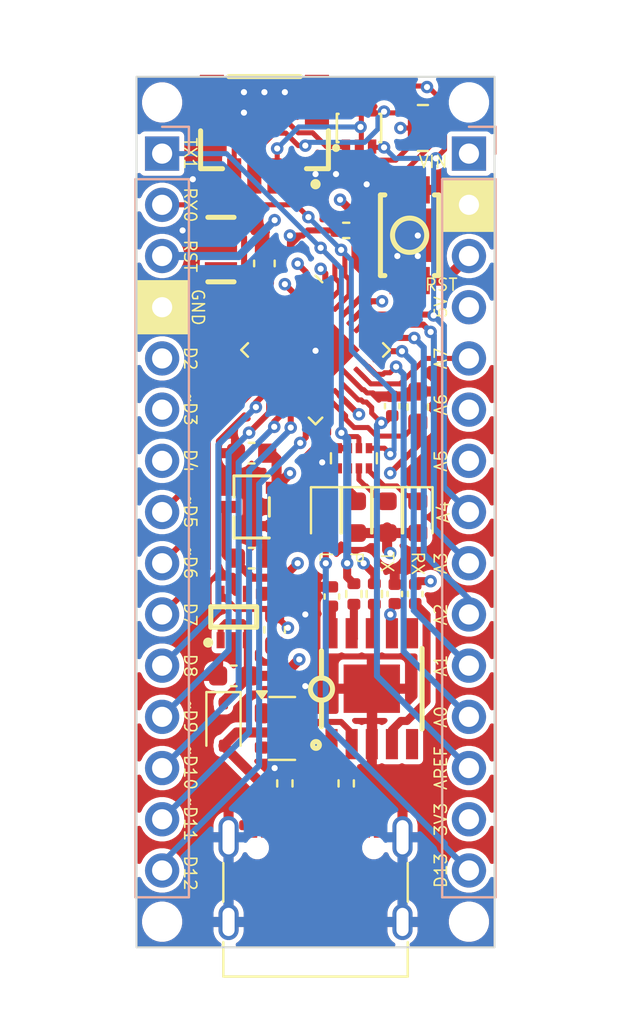
<source format=kicad_pcb>
(kicad_pcb (version 20240108) (generator "pcbnew") (generator_version "8.0")
  (layers (0 "F.Cu" signal) (1 "In1.Cu" signal) (2 "In2.Cu" signal) (31 "B.Cu" signal) (34 "B.Paste" user) (35 "F.Paste" user) (36 "B.SilkS" user "B.Silkscreen") (37 "F.SilkS" user "F.Silkscreen") (38 "B.Mask" user) (39 "F.Mask" user) (44 "Edge.Cuts" user))
  (net 0 "")
  (net 1 "+5V")
  (net 2 "GND")
  (net 3 "Net-(U2-V3)")
  (net 4 "RST")
  (net 5 "Net-(U2-~{DTR})")
  (net 6 "VDC")
  (net 7 "+3.3V")
  (net 8 "/SCL")
  (net 9 "/SDA")
  (net 12 "VBUS")
  (net 13 "TX1")
  (net 14 "RX0")
  (net 15 "D2")
  (net 16 "D3")
  (net 17 "D4")
  (net 18 "D5")
  (net 19 "D6")
  (net 20 "D7")
  (net 21 "D8")
  (net 22 "D9")
  (net 23 "D10")
  (net 24 "D11{slash}MOSI")
  (net 25 "D12{slash}MISO")
  (net 26 "A7")
  (net 27 "A6")
  (net 28 "A5{slash}SCL")
  (net 29 "A4{slash}SDA")
  (net 30 "A3")
  (net 31 "A2")
  (net 32 "A1")
  (net 33 "A0")
  (net 34 "AREF")
  (net 35 "D13{slash}SCK")
  (net 36 "Net-(LED1-K)")
  (net 37 "Net-(LED2-K)")
  (net 38 "Net-(LED3-K)")
  (net 39 "Net-(LED4-K)")
  (net 40 "Net-(U2-RXD)")
  (net 41 "Net-(U2-TXD)")
  (net 42 "Net-(U1-XTAL1{slash}PB6)")
  (net 43 "Net-(U1-XTAL2{slash}PB7)")
  (net 44 "DP")
  (net 45 "DN")
  (net 49 "Net-(J3-CC1)")
  (net 51 "Net-(J3-CC2)")
  (footprint "Resistor_SMD:R_0402_1005Metric" (layer "F.Cu") (at 184.404 109.982 90)
    (property "Reference" "R5" (hide yes))
    (property "Value" "5.1k")
  )
  (footprint "MountingHole:MountingHole_2.1mm" (layer "F.Cu") (at 175.26 116.84)
    (property "Reference" "hole3" (hide yes))
    (property "Value" "MountingHole_2.1mm")
  )
  (footprint "MountingHole:MountingHole_2.1mm" (layer "F.Cu") (at 190.5 76.2)
    (property "Reference" "hole1" (hide yes))
    (property "Value" "MountingHole_2.1mm")
  )
  (footprint "LED_SMD:LED_0603_1608Metric" (layer "F.Cu") (at 187.96 96.774 -90)
    (property "Reference" "LED1" (hide yes))
    (property "Value" "NCD0603G1")
  )
  (footprint "Resistor_SMD:R_0402_1005Metric" (layer "F.Cu") (at 184.785 100.584 90)
    (property "Reference" "R1" (hide yes))
    (property "Value" "470")
  )
  (footprint "MountingHole:MountingHole_2.1mm" (layer "F.Cu") (at 175.26 76.2)
    (property "Reference" "hole2" (hide yes))
    (property "Value" "MountingHole_2.1mm")
  )
  (footprint "MountingHole:MountingHole_2.1mm" (layer "F.Cu") (at 190.5 116.84)
    (property "Reference" "hole4" (hide yes))
    (property "Value" "MountingHole_2.1mm")
  )
  (footprint "nano:ESOP-10_L4.9-W3.9-P1.00-LS6.2-BL-EP" (layer "F.Cu") (at 185.674 105.283)
    (property "Reference" "U2" (hide yes))
    (property "Value" "CH340K")
  )
  (footprint "Connector_USB:USB_C_Receptacle_G-Switch_GT-USB-7010ASV" (layer "F.Cu") (at 182.88 115.778)
    (property "Reference" "J3" (hide yes))
    (property "Value" "USB_C_Receptacle_USB2.0_16P")
  )
  (footprint "Package_DFN_QFN:QFN-32-1EP_5x5mm_P0.5mm_EP3.1x3.1mm" (layer "F.Cu") (at 182.88 88.47899 -45)
    (property "Reference" "U1" (hide yes))
    (property "Value" "ATmega328P-MU")
  )
  (footprint "Resistor_SMD:R_0402_1005Metric" (layer "F.Cu") (at 184.404 82.55)
    (property "Reference" "R3" (hide yes))
    (property "Value" "10k")
  )
  (footprint "nano:SW-SMD_L3.9-W2.9-P4.15-LS5.0" (layer "F.Cu") (at 187.5536 82.7892 -90)
    (property "Reference" "SW1" (hide yes))
    (property "Value" "GT-TC029B-H020-L1N")
  )
  (footprint "LED_SMD:LED_0603_1608Metric" (layer "F.Cu") (at 186.436 96.774 -90)
    (property "Reference" "LED2" (hide yes))
    (property "Value" "NCD0603G1")
  )
  (footprint "Capacitor_SMD:C_0603_1608Metric" (layer "F.Cu") (at 179.705 93.599 180)
    (property "Reference" "C7" (hide yes))
    (property "Value" "10u")
  )
  (footprint "Capacitor_SMD:C_0603_1608Metric" (layer "F.Cu") (at 180.34 84.188 90)
    (property "Reference" "C1" (hide yes))
    (property "Value" "10u")
  )
  (footprint "nano:SOT-353_L2.1-W1.3-P0.65-LS2.3-BL" (layer "F.Cu") (at 178.816 101.727)
    (property "Reference" "U4" (hide yes))
    (property "Value" "ME6211C33R5G")
  )
  (footprint "LED_SMD:LED_0603_1608Metric" (layer "F.Cu") (at 183.388 96.774 -90)
    (property "Reference" "LED4" (hide yes))
    (property "Value" "NCD0603B1")
  )
  (footprint "nano:CONN-SMD_AFC10-S04QCA-00" (layer "F.Cu") (at 180.34 77.978 180)
    (property "Reference" "CN1" (hide yes))
    (property "Value" "AFC10-S04QCA-00")
  )
  (footprint "Capacitor_SMD:C_0603_1608Metric" (layer "F.Cu") (at 187.96 91.313 90)
    (property "Reference" "C2" (hide yes))
    (property "Value" "10u")
  )
  (footprint "nano:SOT-363_L2.0-W1.3-P0.65-LS2.1-TL" (layer "F.Cu") (at 185.039 77.47 90)
    (property "Reference" "Q1" (hide yes))
    (property "Value" "2N7002DW-7-F")
  )
  (footprint "Capacitor_SMD:C_0402_1005Metric" (layer "F.Cu") (at 186.817 100.584 -90)
    (property "Reference" "C4" (hide yes))
    (property "Value" "100n")
  )
  (footprint "Capacitor_SMD:C_0603_1608Metric" (layer "F.Cu") (at 178.816 104.648)
    (property "Reference" "C8" (hide yes))
    (property "Value" "10u")
  )
  (footprint "Capacitor_SMD:C_0603_1608Metric" (layer "F.Cu") (at 180.848 102.362 90)
    (property "Reference" "C9" (hide yes))
    (property "Value" "1u")
  )
  (footprint "Resistor_SMD:R_0402_1005Metric" (layer "F.Cu") (at 181.356 109.982 90)
    (property "Reference" "R4" (hide yes))
    (property "Value" "5.1k")
  )
  (footprint "LED_SMD:LED_0603_1608Metric" (layer "F.Cu") (at 184.912 96.774 -90)
    (property "Reference" "LED3" (hide yes))
    (property "Value" "NCD0603R1")
  )
  (footprint "nano:SOT-23-3_L2.9-W1.6-P1.90-LS2.8-BR" (layer "F.Cu") (at 179.705 96.266)
    (property "Reference" "U3" (hide yes))
    (property "Value" "ME6214A50M3G")
  )
  (footprint "nano:OSC-SMD_3P-L3.2-W1.3-P0.95-L" (layer "F.Cu") (at 178.181 83.5 -90)
    (property "Reference" "X1" (hide yes))
    (property "Value" "CSTCE16M0V53-R0")
  )
  (footprint "Package_TO_SOT_SMD:SOT-143" (layer "F.Cu") (at 181.213 107.254)
    (property "Reference" "TV1" (hide yes))
    (property "Value" "PRTR5V0U2X")
  )
  (footprint "Capacitor_SMD:C_0402_1005Metric" (layer "F.Cu") (at 186.69 91.2622 90)
    (property "Reference" "C11" (hide yes))
    (property "Value" "100n")
  )
  (footprint "Resistor_SMD:R_0402_1005Metric" (layer "F.Cu") (at 185.801 100.584 90)
    (property "Reference" "R2" (hide yes))
    (property "Value" "470")
  )
  (footprint "Resistor_SMD:R_Array_Concave_4x0402" (layer "F.Cu") (at 184.785 93.853 -90)
    (property "Reference" "RN1" (hide yes))
    (property "Value" "2.2k")
  )
  (footprint "Capacitor_SMD:C_0603_1608Metric" (layer "F.Cu") (at 179.705 98.806)
    (property "Reference" "C6" (hide yes))
    (property "Value" "10u")
  )
  (footprint "Capacitor_SMD:C_0402_1005Metric" (layer "F.Cu") (at 187.833 100.584 -90)
    (property "Reference" "C5" (hide yes))
    (property "Value" "100n")
  )
  (footprint "Resistor_SMD:R_Array_Concave_4x0402" (layer "F.Cu") (at 188.214 77.47 180)
    (property "Reference" "RN2" (hide yes))
    (property "Value" "2.2k")
  )
  (footprint "Diode_SMD:D_SOD-323" (layer "F.Cu") (at 178.308 107.061 -90)
    (property "Reference" "D1" (hide yes))
    (property "Value" "1N5819WS")
  )
  (footprint "Capacitor_SMD:C_0402_1005Metric" (layer "F.Cu") (at 183.6928 100.711 90)
    (property "Reference" "C3" (hide yes))
    (property "Value" "100n")
  )
  (footprint "Connector_PinHeader_2.54mm:PinHeader_1x15_P2.54mm_Vertical" (layer "B.Cu") (at 175.26 78.74 180)
    (property "Reference" "J1" (hide yes))
    (property "Value" "Conn_01x15_Pin")
  )
  (footprint "Connector_PinHeader_2.54mm:PinHeader_1x15_P2.54mm_Vertical" (layer "B.Cu") (at 190.5 78.74 180)
    (property "Reference" "J2" (hide yes))
    (property "Value" "Conn_01x15_Pin")
  )
  (gr_rect (start 189.23 80.01) (end 191.77 82.55) (stroke (width 0.15)) (fill solid) (layer "F.SilkS"))
  (gr_rect (start 173.99 85.09) (end 176.53 87.63) (stroke (width 0.15)) (fill solid) (layer "F.SilkS"))
  (gr_line (start 173.99 118.11) (end 173.99 74.93) (stroke (width 0.1)) (layer "Edge.Cuts"))
  (gr_line (start 173.99 74.93) (end 191.77 74.93) (stroke (width 0.1)) (layer "Edge.Cuts"))
  (gr_line (start 191.77 118.11) (end 173.99 118.11) (stroke (width 0.1)) (layer "Edge.Cuts"))
  (gr_line (start 191.77 74.93) (end 191.77 118.11) (stroke (width 0.1)) (layer "Edge.Cuts"))
  (gr_text "D8" (at 176.657 104.14 270) (layer "F.SilkS") (effects (font (size 0.6 0.6) (thickness 0.08))))
  (gr_text "A5" (at 189.103 93.98 90) (layer "F.SilkS") (effects (font (size 0.6 0.6) (thickness 0.08))))
  (gr_text "TX" (at 186.436 98.425 270) (layer "F.SilkS") (effects (font (size 0.6 0.6) (thickness 0.08)) (justify left)))
  (gr_text "A3" (at 189.103 99.06 90) (layer "F.SilkS") (effects (font (size 0.6 0.6) (thickness 0.08))))
  (gr_text "A2" (at 189.103 101.6 90) (layer "F.SilkS") (effects (font (size 0.6 0.6) (thickness 0.08))))
  (gr_text "D13" (at 189.103 114.3 90) (layer "F.SilkS") (effects (font (size 0.6 0.6) (thickness 0.08))))
  (gr_text "5V" (at 189.103 86.36 90) (layer "F.SilkS") (effects (font (size 0.6 0.6) (thickness 0.08))))
  (gr_text "A7" (at 189.103 88.9 90) (layer "F.SilkS") (effects (font (size 0.6 0.6) (thickness 0.08))))
  (gr_text "RX" (at 187.96 98.425 270) (layer "F.SilkS") (effects (font (size 0.6 0.6) (thickness 0.08)) (justify left)))
  (gr_text "~D3" (at 176.657 91.44 270) (layer "F.SilkS") (effects (font (size 0.6 0.6) (thickness 0.08))))
  (gr_text "~D5" (at 176.657 96.52 270) (layer "F.SilkS") (effects (font (size 0.6 0.6) (thickness 0.08))))
  (gr_text "D4" (at 176.657 93.98 270) (layer "F.SilkS") (effects (font (size 0.6 0.6) (thickness 0.08))))
  (gr_text "~D11" (at 176.657 111.76 270) (layer "F.SilkS") (effects (font (size 0.6 0.6) (thickness 0.08))))
  (gr_text "A0" (at 189.103 106.68 90) (layer "F.SilkS") (effects (font (size 0.6 0.6) (thickness 0.08))))
  (gr_text "A4" (at 189.23 96.52 90) (layer "F.SilkS") (effects (font (size 0.6 0.6) (thickness 0.08))))
  (gr_text "A6" (at 189.103 91.186 90) (layer "F.SilkS") (effects (font (size 0.6 0.6) (thickness 0.08))))
  (gr_text "TX1" (at 176.657 78.74 270) (layer "F.SilkS") (effects (font (size 0.6 0.6) (thickness 0.08))))
  (gr_text "D7" (at 176.657 101.6 270) (layer "F.SilkS") (effects (font (size 0.6 0.6) (thickness 0.08))))
  (gr_text "AREF" (at 189.103 109.22 90) (layer "F.SilkS") (effects (font (size 0.6 0.6) (thickness 0.08))))
  (gr_text "RST" (at 189.992 85.598 0) (layer "F.SilkS") (effects (font (size 0.6 0.6) (thickness 0.08)) (justify right bottom)))
  (gr_text "A1" (at 189.103 104.14 90) (layer "F.SilkS") (effects (font (size 0.6 0.6) (thickness 0.08))))
  (gr_text "L" (at 183.388 98.425 270) (layer "F.SilkS") (effects (font (size 0.6 0.6) (thickness 0.08)) (justify left)))
  (gr_text "~D6" (at 176.657 99.06 270) (layer "F.SilkS") (effects (font (size 0.6 0.6) (thickness 0.08))))
  (gr_text "D2" (at 176.657 88.9 270) (layer "F.SilkS") (effects (font (size 0.6 0.6) (thickness 0.08))))
  (gr_text "~D10" (at 176.657 109.22 270) (layer "F.SilkS") (effects (font (size 0.6 0.6) (thickness 0.08))))
  (gr_text "D12" (at 176.657 114.427 270) (layer "F.SilkS") (effects (font (size 0.6 0.6) (thickness 0.08))))
  (gr_text "3V3" (at 189.103 111.76 90) (layer "F.SilkS") (effects (font (size 0.6 0.6) (thickness 0.08))))
  (gr_text "RST" (at 176.657 83.82 270) (layer "F.SilkS") (effects (font (size 0.6 0.6) (thickness 0.08))))
  (gr_text "VIN" (at 189.484 79.502 0) (layer "F.SilkS") (effects (font (size 0.6 0.6) (thickness 0.08)) (justify right bottom)))
  (gr_text "~D9" (at 176.657 106.68 270) (layer "F.SilkS") (effects (font (size 0.6 0.6) (thickness 0.08))))
  (gr_text "RX0" (at 176.657 81.28 270) (layer "F.SilkS") (effects (font (size 0.6 0.6) (thickness 0.08))))
  (gr_text "GND" (at 177.038 86.36 270) (layer "F.SilkS") (effects (font (size 0.6 0.6) (thickness 0.08))))
  (gr_text "P" (at 184.912 98.425 270) (layer "F.SilkS") (effects (font (size 0.6 0.6) (thickness 0.08)) (justify left)))
  (segment (start 180.34 85.585437) (end 180.34 84.963) (width 0.3) (layer "F.Cu") (net 1))
  (segment (start 180.945 95.2546) (end 181.61 94.5896) (width 0.5) (layer "F.Cu") (net 1))
  (segment (start 186.436 98.397791) (end 186.436 97.282) (width 0.5) (layer "F.Cu") (net 1))
  (segment (start 178.166 102.227) (end 178.412 101.981) (width 0.3) (layer "F.Cu") (net 1))
  (segment (start 179.27 101.981) (end 179.466 102.177) (width 0.3) (layer "F.Cu") (net 1))
  (segment (start 181.61 83.312) (end 182.118 82.804) (width 0.3) (layer "F.Cu") (net 1))
  (segment (start 184.374481 91.906385) (end 184.796096 92.328) (width 0.25) (layer "F.Cu") (net 1))
  (segment (start 178.412 101.981) (end 179.27 101.981) (width 0.3) (layer "F.Cu") (net 1))
  (segment (start 182.245 82.804) (end 182.499 82.55) (width 0.3) (layer "F.Cu") (net 1))
  (segment (start 187.714 77.47) (end 187.0964 77.47) (width 0.25) (layer "F.Cu") (net 1))
  (segment (start 187.96 93.219709) (end 187.96 92.088) (width 0.3) (layer "F.Cu") (net 1))
  (segment (start 180.945 95.316) (end 180.945 95.2546) (width 0.5) (layer "F.Cu") (net 1))
  (segment (start 182.118 82.804) (end 182.245 82.804) (width 0.3) (layer "F.Cu") (net 1))
  (segment (start 187.714 77.47) (end 187.714 77.72) (width 0.25) (layer "F.Cu") (net 1))
  (segment (start 187.714 77.22) (end 187.714 77.47) (width 0.25) (layer "F.Cu") (net 1))
  (segment (start 185.48341 92.328) (end 185.511936 92.356526) (width 0.25) (layer "F.Cu") (net 1))
  (segment (start 181.61 83.312) (end 181.61 82.804) (width 0.3) (layer "F.Cu") (net 1))
  (segment (start 180.945 95.316) (end 180.945 93.889) (width 0.5) (layer "F.Cu") (net 1))
  (segment (start 185.511936 92.356526) (end 185.90841 92.753) (width 0.25) (layer "F.Cu") (net 1))
  (segment (start 181.333204 86.578641) (end 180.34 85.585437) (width 0.3) (layer "F.Cu") (net 1))
  (segment (start 184.912 97.5615) (end 187.96 97.5615) (width 0.5) (layer "F.Cu") (net 1))
  (segment (start 182.499 82.55) (end 183.894 82.55) (width 0.3) (layer "F.Cu") (net 1))
  (segment (start 180.945 93.889) (end 180.655 93.599) (width 0.5) (layer "F.Cu") (net 1))
  (segment (start 187.295 92.753) (end 187.96 92.088) (width 0.25) (layer "F.Cu") (net 1))
  (segment (start 179.466 104.523) (end 179.591 104.648) (width 0.3) (layer "F.Cu") (net 1))
  (segment (start 180.34 84.963) (end 180.34 84.709) (width 0.3) (layer "F.Cu") (net 1))
  (segment (start 186.590209 94.5895) (end 187.96 93.219709) (width 0.3) (layer "F.Cu") (net 1))
  (segment (start 180.34 84.709) (end 181.61 83.439) (width 0.3) (layer "F.Cu") (net 1))
  (segment (start 183.719689 91.086446) (end 184.374481 91.741238) (width 0.25) (layer "F.Cu") (net 1))
  (segment (start 181.2544 104.648) (end 182.073154 103.829246) (width 0.5) (layer "F.Cu") (net 1))
  (segment (start 185.90841 92.753) (end 187.295 92.753) (width 0.25) (layer "F.Cu") (net 1))
  (segment (start 179.466 102.177) (end 179.466 102.877) (width 0.3) (layer "F.Cu") (net 1))
  (segment (start 186.674 102.914) (end 186.674 101.334) (width 0.25) (layer "F.Cu") (net 1))
  (segment (start 180.257792 86.917442) (end 180.257792 85.045208) (width 0.3) (layer "F.Cu") (net 1))
  (segment (start 178.308 105.931) (end 179.591 104.648) (width 0.5) (layer "F.Cu") (net 1))
  (segment (start 180.626097 87.285747) (end 180.257792 86.917442) (width 0.3) (layer "F.Cu") (net 1))
  (segment (start 179.466 102.877) (end 179.466 104.523) (width 0.3) (layer "F.Cu") (net 1))
  (segment (start 181.61 82.804) (end 182.118 82.804) (width 0.3) (layer "F.Cu") (net 1))
  (segment (start 184.796096 92.328) (end 185.48341 92.328) (width 0.25) (layer "F.Cu") (net 1))
  (segment (start 186.674 101.334) (end 186.817 101.191) (width 0.25) (layer "F.Cu") (net 1))
  (segment (start 181.61 83.439) (end 181.61 83.312) (width 0.3) (layer "F.Cu") (net 1))
  (segment (start 186.590209 98.552) (end 186.436 98.397791) (width 0.5) (layer "F.Cu") (net 1))
  (segment (start 179.591 104.648) (end 181.2544 104.648) (width 0.5) (layer "F.Cu") (net 1))
  (segment (start 180.257792 85.045208) (end 180.34 84.963) (width 0.3) (layer "F.Cu") (net 1))
  (segment (start 184.374481 91.741238) (end 184.374481 91.906385) (width 0.25) (layer "F.Cu") (net 1))
  (segment (start 178.166 102.877) (end 178.166 102.227) (width 0.3) (layer "F.Cu") (net 1))
  (segment (start 178.308 106.011) (end 178.308 105.931) (width 0.5) (layer "F.Cu") (net 1))
  (via (at 182.073154 103.829246) (size 0.62) (drill 0.305) (layers "F.Cu" "B.Cu") (net 1))
  (via (at 186.596436 101.6) (size 0.62) (drill 0.305) (layers "F.Cu" "B.Cu") (net 1))
  (via (at 187.0964 77.47) (size 0.62) (drill 0.305) (layers "F.Cu" "B.Cu") (net 1))
  (via (at 181.61 94.5896) (size 0.62) (drill 0.305) (layers "F.Cu" "B.Cu") (net 1))
  (via (at 186.590209 94.5895) (size 0.62) (drill 0.305) (layers "F.Cu" "B.Cu") (net 1))
  (via (at 181.61 82.804) (size 0.62) (drill 0.305) (layers "F.Cu" "B.Cu") (net 1))
  (via (at 186.590209 98.552) (size 0.62) (drill 0.305) (layers "F.Cu" "B.Cu") (net 1))
  (segment (start 185.274674 90.4494) (end 185.203963 90.4494) (width 0.25) (layer "F.Cu") (net 2))
  (segment (start 186.309 90.706) (end 185.829 90.706) (width 0.25) (layer "F.Cu") (net 2))
  (segment (start 185.203963 90.4494) (end 184.780349 90.025786) (width 0.25) (layer "F.Cu") (net 2))
  (segment (start 180.979651 86.932194) (end 182.526447 88.47899) (width 0.25) (layer "F.Cu") (net 2))
  (segment (start 182.88 88.519) (end 182.88 88.47899) (width 0.25) (layer "F.Cu") (net 2))
  (segment (start 185.734985 90.611985) (end 185.437259 90.611985) (width 0.25) (layer "F.Cu") (net 2))
  (segment (start 182.526447 88.47899) (end 182.88 88.47899) (width 0.25) (layer "F.Cu") (net 2))
  (segment (start 187.665 90.833) (end 187.96 90.538) (width 0.4) (layer "F.Cu") (net 2))
  (segment (start 186.309 90.833) (end 187.665 90.833) (width 0.4) (layer "F.Cu") (net 2))
  (segment (start 183.233553 88.47899) (end 182.88 88.519) (width 0.25) (layer "F.Cu") (net 2))
  (segment (start 182.88 87.41833) (end 182.88 88.519) (width 0.25) (layer "F.Cu") (net 2))
  (segment (start 185.437259 90.611985) (end 185.274674 90.4494) (width 0.25) (layer "F.Cu") (net 2))
  (segment (start 184.780349 90.025786) (end 183.233553 88.47899) (width 0.25) (layer "F.Cu") (net 2))
  (segment (start 181.686757 86.225087) (end 182.88 87.41833) (width 0.25) (layer "F.Cu") (net 2))
  (segment (start 185.694994 108.135) (end 185.694994 105.385) (width 0.5) (layer "F.Cu") (net 2))
  (segment (start 185.829 90.706) (end 185.734985 90.611985) (width 0.25) (layer "F.Cu") (net 2))
  (via (at 187.96 83.82) (size 0.62) (drill 0.305) (layers "F.Cu" "B.Cu") (net 2))
  (via (at 181.356 75.692) (size 0.62) (drill 0.305) (layers "F.Cu" "B.Cu") (net 2))
  (via (at 183.2102 94.0562) (size 0.62) (drill 0.305) (layers "F.Cu" "B.Cu") (net 2))
  (via (at 182.88 88.519) (size 0.62) (drill 0.305) (layers "F.Cu" "B.Cu") (net 2))
  (via (at 182.372 105.156) (size 0.62) (drill 0.305) (layers "F.Cu" "B.Cu") (net 2))
  (via (at 176.276 82.55) (size 0.62) (drill 0.305) (layers "F.Cu" "B.Cu") (net 2))
  (via (at 186.944 83.82) (size 0.62) (drill 0.305) (layers "F.Cu" "B.Cu") (net 2))
  (via (at 182.88 79.756) (size 0.62) (drill 0.305) (layers "F.Cu" "B.Cu") (net 2))
  (via (at 182.372 101.6) (size 0.62) (drill 0.305) (layers "F.Cu" "B.Cu") (net 2))
  (via (at 176.784 80.01) (size 0.62) (drill 0.305) (layers "F.Cu" "B.Cu") (net 2))
  (via (at 180.34 75.692) (size 0.62) (drill 0.305) (layers "F.Cu" "B.Cu") (net 2))
  (via (at 180.848 109.22) (size 0.62) (drill 0.305) (layers "F.Cu" "B.Cu") (net 2))
  (via (at 179.324 76.708) (size 0.62) (drill 0.305) (layers "F.Cu" "B.Cu") (net 2))
  (via (at 185.42 80.264) (size 0.62) (drill 0.305) (layers "F.Cu" "B.Cu") (net 2))
  (via (at 179.324 75.692) (size 0.62) (drill 0.305) (layers "F.Cu" "B.Cu") (net 2))
  (via (at 183.896 79.756) (size 0.62) (drill 0.305) (layers "F.Cu" "B.Cu") (net 2))
  (via (at 187.96 82.804) (size 0.62) (drill 0.305) (layers "F.Cu" "B.Cu") (net 2))
  (segment (start 183.6928 102.8952) (end 183.674 102.914) (width 0.4) (layer "F.Cu") (net 3))
  (segment (start 183.6928 101.445) (end 183.6928 102.8952) (width 0.4) (layer "F.Cu") (net 3))
  (segment (start 184.914 84.203) (end 184.914 82.55) (width 0.5) (layer "F.Cu") (net 4))
  (segment (start 188.595 99.949) (end 187.988 99.949) (width 0.4) (layer "F.Cu") (net 4))
  (segment (start 184.0992 81.026) (end 184.914 81.8408) (width 0.4) (layer "F.Cu") (net 4))
  (segment (start 185.7502 85.0392) (end 184.914 84.203) (width 0.5) (layer "F.Cu") (net 4))
  (segment (start 187.5536 85.0392) (end 185.966237 85.0392) (width 0.3) (layer "F.Cu") (net 4))
  (segment (start 187.5536 85.0392) (end 185.7502 85.0392) (width 0.5) (layer "F.Cu") (net 4))
  (segment (start 187.988 99.949) (end 187.833 100.104) (width 0.4) (layer "F.Cu") (net 4))
  (segment (start 185.966237 85.0392) (end 184.426796 86.578641) (width 0.3) (layer "F.Cu") (net 4))
  (segment (start 187.5536 85.0392) (end 189.2808 85.0392) (width 0.5) (layer "F.Cu") (net 4))
  (segment (start 184.914 81.8408) (end 184.914 82.55) (width 0.4) (layer "F.Cu") (net 4))
  (segment (start 189.2808 85.0392) (end 190.5 83.82) (width 0.5) (layer "F.Cu") (net 4))
  (via (at 180.848 82.042) (size 0.62) (drill 0.305) (layers "F.Cu" "B.Cu") (net 4))
  (via (at 188.595 99.949) (size 0.62) (drill 0.305) (layers "F.Cu" "B.Cu") (net 4))
  (via (at 184.0992 81.026) (size 0.62) (drill 0.305) (layers "F.Cu" "B.Cu") (net 4))
  (segment (start 179.07 83.82) (end 180.848 82.042) (width 0.4) (layer "B.Cu") (net 4))
  (segment (start 175.26 83.82) (end 179.07 83.82) (width 0.4) (layer "B.Cu") (net 4))
  (segment (start 187.833 101.064) (end 188.394994 101.625994) (width 0.4) (layer "F.Cu") (net 5))
  (segment (start 187.122 106.883) (end 186.674 107.331) (width 0.4) (layer "F.Cu") (net 5))
  (segment (start 186.694994 108.135) (end 186.694994 107.411606) (width 0.4) (layer "F.Cu") (net 5))
  (segment (start 187.420006 106.883) (end 187.122 106.883) (width 0.4) (layer "F.Cu") (net 5))
  (segment (start 188.394994 105.908012) (end 187.420006 106.883) (width 0.4) (layer "F.Cu") (net 5))
  (segment (start 186.674 107.331) (end 186.674 108.033) (width 0.4) (layer "F.Cu") (net 5))
  (segment (start 188.394994 101.625994) (end 188.394994 105.908012) (width 0.4) (layer "F.Cu") (net 5))
  (segment (start 181.991 99.06) (end 181.274 99.777) (width 0.4) (layer "F.Cu") (net 6))
  (segment (start 178.465 96.266) (end 178.465 98.643) (width 0.5) (layer "F.Cu") (net 6))
  (segment (start 178.465 98.643) (end 178.755 98.933) (width 0.5) (layer "F.Cu") (net 6))
  (segment (start 181.274 99.777) (end 179.726 99.777) (width 0.4) (layer "F.Cu") (net 6))
  (segment (start 179.726 99.777) (end 178.755 98.806) (width 0.4) (layer "F.Cu") (net 6))
  (via (at 181.991 99.06) (size 0.62) (drill 0.305) (layers "F.Cu" "B.Cu") (net 6))
  (segment (start 185.154 77.3804) (end 185.154 75.875) (width 0.25) (layer "F.Cu") (net 7))
  (segment (start 187.714 78.22) (end 186.869 79.065) (width 0.25) (layer "F.Cu") (net 7))
  (segment (start 180.975013 79.712987) (end 180.84 79.848) (width 0.25) (layer "F.Cu") (net 7))
  (segment (start 178.916 101.327) (end 180.588 101.327) (width 0.3) (layer "F.Cu") (net 7))
  (segment (start 186.869 79.065) (end 185.2998 79.065) (width 0.25) (layer "F.Cu") (net 7))
  (segment (start 180.588 101.327) (end 180.848 101.587) (width 0.3) (layer "F.Cu") (net 7))
  (segment (start 185.154 77.458) (end 185.1152 77.4192) (width 0.25) (layer "F.Cu") (net 7))
  (segment (start 187.869 75.875) (end 188.714 76.72) (width 0.25) (layer "F.Cu") (net 7))
  (segment (start 185.1152 77.4192) (end 185.154 77.3804) (width 0.25) (layer "F.Cu") (net 7))
  (segment (start 180.848 101.6) (end 181.5084 102.2604) (width 0.3) (layer "F.Cu") (net 7))
  (segment (start 180.975013 78.486013) (end 180.975013 79.712987) (width 0.25) (layer "F.Cu") (net 7))
  (segment (start 185.154 75.875) (end 187.869 75.875) (width 0.25) (layer "F.Cu") (net 7))
  (segment (start 185.154 78.9192) (end 185.154 77.458) (width 0.25) (layer "F.Cu") (net 7))
  (segment (start 178.166 100.577) (end 178.916 101.327) (width 0.3) (layer "F.Cu") (net 7))
  (segment (start 180.848 101.587) (end 180.848 101.6) (width 0.3) (layer "F.Cu") (net 7))
  (segment (start 185.2998 79.065) (end 185.154 78.9192) (width 0.25) (layer "F.Cu") (net 7))
  (via (at 185.1152 77.4192) (size 0.62) (drill 0.305) (layers "F.Cu" "B.Cu") (net 7))
  (via (at 180.975013 78.486013) (size 0.62) (drill 0.305) (layers "F.Cu" "B.Cu") (net 7))
  (via (at 181.5084 102.2604) (size 0.62) (drill 0.305) (layers "F.Cu" "B.Cu") (net 7))
  (segment (start 180.975013 78.486013) (end 180.975013 78.485987) (width 0.25) (layer "B.Cu") (net 7))
  (segment (start 182.0418 77.4192) (end 185.1152 77.4192) (width 0.25) (layer "B.Cu") (net 7))
  (segment (start 180.975013 78.485987) (end 182.0418 77.4192) (width 0.25) (layer "B.Cu") (net 7))
  (segment (start 178.84 78.335) (end 178.84 79.848) (width 0.25) (layer "F.Cu") (net 8))
  (segment (start 184.389 78.39) (end 183.419 78.39) (width 0.25) (layer "F.Cu") (net 8))
  (segment (start 187.419 79.515) (end 184.914 79.515) (width 0.25) (layer "F.Cu") (net 8))
  (segment (start 184.914 79.515) (end 184.389 78.99) (width 0.25) (layer "F.Cu") (net 8))
  (segment (start 183.419 78.39) (end 182.737 77.708) (width 0.25) (layer "F.Cu") (net 8))
  (segment (start 181.532999 77.216) (end 179.959 77.216) (width 0.25) (layer "F.Cu") (net 8))
  (segment (start 184.389 78.99) (end 184.389 78.39) (width 0.25) (layer "F.Cu") (net 8))
  (segment (start 179.959 77.216) (end 178.84 78.335) (width 0.25) (layer "F.Cu") (net 8))
  (segment (start 188.714 78.22) (end 187.419 79.515) (width 0.25) (layer "F.Cu") (net 8))
  (segment (start 182.024999 77.708) (end 181.532999 77.216) (width 0.25) (layer "F.Cu") (net 8))
  (segment (start 182.737 77.708) (end 182.024999 77.708) (width 0.25) (layer "F.Cu") (net 8))
  (segment (start 185.859 76.72) (end 185.689 76.55) (width 0.25) (layer "F.Cu") (net 9))
  (segment (start 185.8358 76.4032) (end 185.689 76.55) (width 0.25) (layer "F.Cu") (net 9))
  (segment (start 187.714 76.72) (end 186.3464 76.72) (width 0.25) (layer "F.Cu") (net 9))
  (segment (start 179.84 78.723) (end 179.84 79.848) (width 0.25) (layer "F.Cu") (net 9))
  (segment (start 182.023603 78.343) (end 181.404603 77.724) (width 0.25) (layer "F.Cu") (net 9))
  (segment (start 186.3464 76.72) (end 186.2836 76.6572) (width 0.25) (layer "F.Cu") (net 9))
  (segment (start 186.2208 76.72) (end 185.859 76.72) (width 0.25) (layer "F.Cu") (net 9))
  (segment (start 182.372 78.343) (end 182.023603 78.343) (width 0.25) (layer "F.Cu") (net 9))
  (segment (start 186.2836 76.6572) (end 186.2208 76.72) (width 0.25) (layer "F.Cu") (net 9))
  (segment (start 181.404603 77.724) (end 180.839 77.724) (width 0.25) (layer "F.Cu") (net 9))
  (segment (start 180.839 77.724) (end 179.84 78.723) (width 0.25) (layer "F.Cu") (net 9))
  (segment (start 179.832 79.84) (end 179.84 79.848) (width 0.25) (layer "F.Cu") (net 9))
  (via (at 186.2836 76.6572) (size 0.62) (drill 0.305) (layers "F.Cu" "B.Cu") (net 9))
  (via (at 182.372 78.343) (size 0.62) (drill 0.305) (layers "F.Cu" "B.Cu") (net 9))
  (segment (start 182.372 78.343) (end 182.5338 78.1812) (width 0.25) (layer "B.Cu") (net 9))
  (segment (start 185.3184 78.1812) (end 185.9788 77.5208) (width 0.25) (layer "B.Cu") (net 9))
  (segment (start 182.5338 78.1812) (end 185.3184 78.1812) (width 0.25) (layer "B.Cu") (net 9))
  (segment (start 185.9788 76.962) (end 186.2836 76.6572) (width 0.25) (layer "B.Cu") (net 9))
  (segment (start 185.9788 77.5208) (end 185.9788 76.962) (width 0.25) (layer "B.Cu") (net 9))
  (segment (start 178.965 107.454) (end 180.963 107.454) (width 0.5) (layer "F.Cu") (net 12))
  (segment (start 181.692949 113.886) (end 184.067051 113.886) (width 0.25) (layer "F.Cu") (net 12))
  (segment (start 178.308 108.111) (end 180.48 110.283) (width 0.5) (layer "F.Cu") (net 12))
  (segment (start 180.48 112.673051) (end 181.692949 113.886) (width 0.25) (layer "F.Cu") (net 12))
  (segment (start 180.48 110.283) (end 180.48 112.053) (width 0.5) (layer "F.Cu") (net 12))
  (segment (start 180.48 112.053) (end 180.48 112.673051) (width 0.25) (layer "F.Cu") (net 12))
  (segment (start 185.28 112.673051) (end 185.28 112.053) (width 0.25) (layer "F.Cu") (net 12))
  (segment (start 180.963 107.454) (end 182.113 106.304) (width 0.5) (layer "F.Cu") (net 12))
  (segment (start 182.113 106.304) (end 182.213 106.304) (width 0.5) (layer "F.Cu") (net 12))
  (segment (start 184.067051 113.886) (end 185.28 112.673051) (width 0.25) (layer "F.Cu") (net 12))
  (segment (start 178.308 108.111) (end 178.965 107.454) (width 0.5) (layer "F.Cu") (net 12))
  (segment (start 184.451706 99.06) (end 184.451706 99.740706) (width 0.4) (layer "F.Cu") (net 13))
  (segment (start 185.035 93.353) (end 185.035 92.853) (width 0.25) (layer "F.Cu") (net 13))
  (segment (start 184.062995 85.136501) (end 184.062995 85.528228) (width 0.25) (layer "F.Cu") (net 13))
  (segment (start 184.34807 92.778) (end 184.163568 92.593498) (width 0.25) (layer "F.Cu") (net 13))
  (segment (start 185.035 92.853) (end 184.96 92.778) (width 0.25) (layer "F.Cu") (net 13))
  (segment (start 184.96 92.778) (end 184.34807 92.778) (width 0.25) (layer "F.Cu") (net 13))
  (segment (start 184.451706 99.740706) (end 184.785 100.074) (width 0.4) (layer "F.Cu") (net 13))
  (segment (start 183.841136 84.120736) (end 183.841136 84.914642) (width 0.25) (layer "F.Cu") (net 13))
  (segment (start 183.841136 84.914642) (end 184.062995 85.136501) (width 0.25) (layer "F.Cu") (net 13))
  (segment (start 184.062995 85.528228) (end 183.719689 85.871534) (width 0.25) (layer "F.Cu") (net 13))
  (segment (start 183.134 83.4136) (end 183.841136 84.120736) (width 0.25) (layer "F.Cu") (net 13))
  (via (at 183.134 83.4136) (size 0.62) (drill 0.305) (layers "F.Cu" "B.Cu") (net 13))
  (via (at 184.163568 92.593498) (size 0.62) (drill 0.305) (layers "F.Cu" "B.Cu") (net 13))
  (via (at 184.451706 99.06) (size 0.62) (drill 0.305) (layers "F.Cu" "B.Cu") (net 13))
  (segment (start 184.451706 99.06) (end 184.4548 99.056906) (width 0.4) (layer "B.Cu") (net 13))
  (segment (start 184.4548 99.056906) (end 184.4548 92.88473) (width 0.4) (layer "B.Cu") (net 13))
  (segment (start 184.163568 84.443168) (end 183.134 83.4136) (width 0.25) (layer "B.Cu") (net 13))
  (segment (start 178.4604 78.74) (end 175.26 78.74) (width 0.25) (layer "B.Cu") (net 13))
  (segment (start 184.163568 92.593498) (end 184.163568 84.443168) (width 0.25) (layer "B.Cu") (net 13))
  (segment (start 184.4548 92.88473) (end 184.163568 92.593498) (width 0.4) (layer "B.Cu") (net 13))
  (segment (start 183.134 83.4136) (end 178.4604 78.74) (width 0.25) (layer "B.Cu") (net 13))
  (segment (start 186.302191 93.353) (end 185.535 93.353) (width 0.25) (layer "F.Cu") (net 14))
  (segment (start 186.590709 93.641518) (end 186.302191 93.353) (width 0.25) (layer "F.Cu") (net 14))
  (segment (start 184.15 83.5152) (end 184.339 83.7042) (width 0.25) (layer "F.Cu") (net 14))
  (segment (start 182.5244 81.8896) (end 181.9148 81.28) (width 0.25) (layer "F.Cu") (net 14))
  (segment (start 185.271209 99.06) (end 185.801 99.589791) (width 0.4) (layer "F.Cu") (net 14))
  (segment (start 184.339 83.7042) (end 184.339 84.77611) (width 0.25) (layer "F.Cu") (net 14))
  (segment (start 185.801 99.589791) (end 185.801 100.074) (width 0.4) (layer "F.Cu") (net 14))
  (segment (start 184.339 84.77611) (end 184.544442 84.981552) (width 0.25) (layer "F.Cu") (net 14))
  (segment (start 181.9148 81.28) (end 175.26 81.28) (width 0.25) (layer "F.Cu") (net 14))
  (segment (start 184.544442 84.981552) (end 184.544442 85.753888) (width 0.25) (layer "F.Cu") (net 14))
  (segment (start 184.544442 85.753888) (end 184.073243 86.225087) (width 0.25) (layer "F.Cu") (net 14))
  (via (at 185.271209 99.06) (size 0.62) (drill 0.305) (layers "F.Cu" "B.Cu") (net 14))
  (via (at 186.590709 93.641518) (size 0.62) (drill 0.305) (layers "F.Cu" "B.Cu") (net 14))
  (via (at 182.5244 81.8896) (size 0.62) (drill 0.305) (layers "F.Cu" "B.Cu") (net 14))
  (via (at 184.15 83.5152) (size 0.62) (drill 0.305) (layers "F.Cu" "B.Cu") (net 14))
  (segment (start 186.781436 93.450791) (end 186.781436 90.625997) (width 0.25) (layer "B.Cu") (net 14))
  (segment (start 184.658 84.0232) (end 184.15 83.5152) (width 0.25) (layer "B.Cu") (net 14))
  (segment (start 184.658 88.502561) (end 184.658 84.0232) (width 0.25) (layer "B.Cu") (net 14))
  (segment (start 184.15 83.5152) (end 182.5244 81.8896) (width 0.25) (layer "B.Cu") (net 14))
  (segment (start 186.781436 90.625997) (end 184.658 88.502561) (width 0.25) (layer "B.Cu") (net 14))
  (segment (start 186.590709 93.641518) (end 186.781436 93.450791) (width 0.25) (layer "B.Cu") (net 14))
  (segment (start 183.366136 84.687136) (end 183.134 84.455) (width 0.3) (layer "F.Cu") (net 15))
  (segment (start 183.366136 85.51798) (end 183.366136 84.687136) (width 0.3) (layer "F.Cu") (net 15))
  (via (at 183.134 84.455) (size 0.62) (drill 0.305) (layers "F.Cu" "B.Cu") (net 15))
  (segment (start 182.393864 84.603864) (end 182.393864 85.51798) (width 0.3) (layer "F.Cu") (net 16))
  (segment (start 181.991 84.201) (end 182.393864 84.603864) (width 0.3) (layer "F.Cu") (net 16))
  (via (at 181.991 84.201) (size 0.62) (drill 0.305) (layers "F.Cu" "B.Cu") (net 16))
  (segment (start 182.040311 85.871534) (end 182.010534 85.871534) (width 0.3) (layer "F.Cu") (net 17))
  (segment (start 182.010534 85.871534) (end 181.356 85.217) (width 0.3) (layer "F.Cu") (net 17))
  (via (at 181.356 85.217) (size 0.62) (drill 0.305) (layers "F.Cu" "B.Cu") (net 17))
  (segment (start 179.91899 88.965126) (end 176.53 92.354116) (width 0.3) (layer "F.Cu") (net 18))
  (segment (start 176.53 92.354116) (end 176.53 95.25) (width 0.3) (layer "F.Cu") (net 18))
  (segment (start 176.53 95.25) (end 175.26 96.52) (width 0.3) (layer "F.Cu") (net 18))
  (segment (start 177.03 92.561223) (end 177.03 97.29) (width 0.3) (layer "F.Cu") (net 19))
  (segment (start 180.272544 89.318679) (end 177.03 92.561223) (width 0.3) (layer "F.Cu") (net 19))
  (segment (start 177.03 97.29) (end 175.26 99.06) (width 0.3) (layer "F.Cu") (net 19))
  (segment (start 177.53 92.76833) (end 177.53 99.33) (width 0.3) (layer "F.Cu") (net 20))
  (segment (start 180.626097 89.672233) (end 177.53 92.76833) (width 0.3) (layer "F.Cu") (net 20))
  (segment (start 177.53 99.33) (end 175.26 101.6) (width 0.3) (layer "F.Cu") (net 20))
  (segment (start 179.917001 91.088436) (end 180.979651 90.025786) (width 0.3) (layer "F.Cu") (net 21))
  (segment (start 179.917001 91.314005) (end 179.917001 91.088436) (width 0.3) (layer "F.Cu") (net 21))
  (via (at 179.917001 91.314005) (size 0.62) (drill 0.305) (layers "F.Cu" "B.Cu") (net 21))
  (segment (start 178.054 101.346) (end 175.26 104.14) (width 0.3) (layer "B.Cu") (net 21))
  (segment (start 178.054 93.177006) (end 178.054 101.346) (width 0.3) (layer "B.Cu") (net 21))
  (segment (start 179.917001 91.314005) (end 178.054 93.177006) (width 0.3) (layer "B.Cu") (net 21))
  (segment (start 179.57934 92.58434) (end 180.577001 91.586679) (width 0.3) (layer "F.Cu") (net 22))
  (segment (start 180.577001 91.135542) (end 181.333204 90.379339) (width 0.3) (layer "F.Cu") (net 22))
  (segment (start 180.577001 91.586679) (end 180.577001 91.135542) (width 0.3) (layer "F.Cu") (net 22))
  (via (at 179.57934 92.58434) (size 0.62) (drill 0.305) (layers "F.Cu" "B.Cu") (net 22))
  (segment (start 178.562 93.60168) (end 178.562 103.378) (width 0.3) (layer "B.Cu") (net 22))
  (segment (start 179.57934 92.58434) (end 178.562 93.60168) (width 0.3) (layer "B.Cu") (net 22))
  (segment (start 178.562 103.378) (end 175.26 106.68) (width 0.3) (layer "B.Cu") (net 22))
  (segment (start 181.077001 91.793786) (end 181.077001 91.342649) (width 0.3) (layer "F.Cu") (net 23))
  (segment (start 180.828957 92.292718) (end 180.828957 92.04183) (width 0.3) (layer "F.Cu") (net 23))
  (segment (start 181.077001 91.342649) (end 181.686757 90.732893) (width 0.3) (layer "F.Cu") (net 23))
  (segment (start 180.828957 92.04183) (end 181.077001 91.793786) (width 0.3) (layer "F.Cu") (net 23))
  (via (at 180.828957 92.292718) (size 0.62) (drill 0.305) (layers "F.Cu" "B.Cu") (net 23))
  (segment (start 179.062 105.418) (end 175.26 109.22) (width 0.3) (layer "B.Cu") (net 23))
  (segment (start 180.828957 92.292718) (end 179.062 94.059675) (width 0.3) (layer "B.Cu") (net 23))
  (segment (start 179.062 94.059675) (end 179.062 105.418) (width 0.3) (layer "B.Cu") (net 23))
  (segment (start 181.647576 91.479181) (end 181.647576 92.330746) (width 0.3) (layer "F.Cu") (net 24))
  (segment (start 182.040311 91.086446) (end 181.647576 91.479181) (width 0.3) (layer "F.Cu") (net 24))
  (via (at 181.647576 92.330746) (size 0.62) (drill 0.305) (layers "F.Cu" "B.Cu") (net 24))
  (segment (start 181.647576 92.40748) (end 179.578 94.477056) (width 0.3) (layer "B.Cu") (net 24))
  (segment (start 181.647576 92.330746) (end 181.647576 92.40748) (width 0.3) (layer "B.Cu") (net 24))
  (segment (start 179.578 107.442) (end 175.26 111.76) (width 0.3) (layer "B.Cu") (net 24))
  (segment (start 179.578 94.477056) (end 179.578 107.442) (width 0.3) (layer "B.Cu") (net 24))
  (segment (start 182.393864 92.815136) (end 182.118 93.091) (width 0.3) (layer "F.Cu") (net 25))
  (segment (start 182.393864 91.44) (end 182.393864 92.815136) (width 0.3) (layer "F.Cu") (net 25))
  (via (at 182.118 93.091) (size 0.62) (drill 0.305) (layers "F.Cu" "B.Cu") (net 25))
  (segment (start 175.26 113.919) (end 175.26 114.3) (width 0.3) (layer "B.Cu") (net 25))
  (segment (start 182.118 93.091) (end 180.078 95.131) (width 0.3) (layer "B.Cu") (net 25))
  (segment (start 180.078 109.101) (end 175.26 113.919) (width 0.3) (layer "B.Cu") (net 25))
  (segment (start 180.078 95.131) (end 180.078 109.101) (width 0.3) (layer "B.Cu") (net 25))
  (segment (start 188.345183 88.9) (end 190.5 88.9) (width 0.25) (layer "F.Cu") (net 26))
  (segment (start 187.083198 90.161985) (end 188.345183 88.9) (width 0.25) (layer "F.Cu") (net 26))
  (segment (start 185.133903 89.672233) (end 185.623655 90.161985) (width 0.25) (layer "F.Cu") (net 26))
  (segment (start 185.623655 90.161985) (end 187.083198 90.161985) (width 0.25) (layer "F.Cu") (net 26))
  (segment (start 190.355073 89.044927) (end 190.5 88.9) (width 0.3) (layer "F.Cu") (net 26))
  (segment (start 185.037456 91.672041) (end 185.012391 91.672041) (width 0.3) (layer "F.Cu") (net 27))
  (segment (start 185.012391 91.672041) (end 184.073243 90.732893) (width 0.3) (layer "F.Cu") (net 27))
  (via (at 185.037456 91.672041) (size 0.62) (drill 0.305) (layers "F.Cu" "B.Cu") (net 27))
  (segment (start 190.246 91.694) (end 190.5 91.44) (width 0.3) (layer "B.Cu") (net 27))
  (segment (start 188.4172 75.438) (end 188.3664 75.3872) (width 0.25) (layer "F.Cu") (net 28))
  (segment (start 189.3316 76.2776) (end 189.3316 77.1624) (width 0.25) (layer "F.Cu") (net 28))
  (segment (start 189.3316 77.1624) (end 189.274 77.22) (width 0.25) (layer "F.Cu") (net 28))
  (segment (start 184.9628 75.3872) (end 184.389 75.961) (width 0.25) (layer "F.Cu") (net 28))
  (segment (start 189.274 77.22) (end 188.714 77.22) (width 0.25) (layer "F.Cu") (net 28))
  (segment (start 184.389 75.961) (end 184.389 76.55) (width 0.25) (layer "F.Cu") (net 28))
  (segment (start 188.3664 75.3872) (end 184.9628 75.3872) (width 0.25) (layer "F.Cu") (net 28))
  (segment (start 188.4172 75.438) (end 188.492 75.438) (width 0.25) (layer "F.Cu") (net 28))
  (segment (start 186.183626 86.0645) (end 185.648043 86.0645) (width 0.3) (layer "F.Cu") (net 28))
  (segment (start 188.492 75.438) (end 189.3316 76.2776) (width 0.25) (layer "F.Cu") (net 28))
  (segment (start 185.648043 86.0645) (end 184.780349 86.932194) (width 0.3) (layer "F.Cu") (net 28))
  (via (at 186.183626 86.0645) (size 0.62) (drill 0.305) (layers "F.Cu" "B.Cu") (net 28))
  (via (at 188.4172 75.438) (size 0.62) (drill 0.305) (layers "F.Cu" "B.Cu") (net 28))
  (segment (start 185.695651 86.724) (end 185.133903 87.285747) (width 0.3) (layer "F.Cu") (net 29))
  (segment (start 189.289 78.54232) (end 188.85586 78.97546) (width 0.25) (layer "F.Cu") (net 29))
  (segment (start 188.703492 86.724) (end 185.695651 86.724) (width 0.3) (layer "F.Cu") (net 29))
  (segment (start 189.274 77.72) (end 189.289 77.735) (width 0.25) (layer "F.Cu") (net 29))
  (segment (start 188.745892 86.7664) (end 188.703492 86.724) (width 0.3) (layer "F.Cu") (net 29))
  (segment (start 185.7295 78.4305) (end 185.689 78.39) (width 0.25) (layer "F.Cu") (net 29))
  (segment (start 186.2836 78.4305) (end 185.7295 78.4305) (width 0.25) (layer "F.Cu") (net 29))
  (segment (start 188.714 77.72) (end 189.274 77.72) (width 0.25) (layer "F.Cu") (net 29))
  (segment (start 189.289 77.735) (end 189.289 78.54232) (width 0.25) (layer "F.Cu") (net 29))
  (via (at 188.85586 78.97546) (size 0.62) (drill 0.305) (layers "F.Cu" "B.Cu") (net 29))
  (via (at 188.745892 86.7664) (size 0.62) (drill 0.305) (layers "F.Cu" "B.Cu") (net 29))
  (via (at 186.2836 78.4305) (size 0.62) (drill 0.305) (layers "F.Cu" "B.Cu") (net 29))
  (segment (start 189.256436 95.276436) (end 190.5 96.52) (width 0.3) (layer "B.Cu") (net 29))
  (segment (start 186.82856 78.97546) (end 186.2836 78.4305) (width 0.25) (layer "B.Cu") (net 29))
  (segment (start 188.745892 86.7664) (end 188.745892 79.085428) (width 0.25) (layer "B.Cu") (net 29))
  (segment (start 188.745892 79.085428) (end 188.85586 78.97546) (width 0.25) (layer "B.Cu") (net 29))
  (segment (start 188.85586 78.97546) (end 186.82856 78.97546) (width 0.25) (layer "B.Cu") (net 29))
  (segment (start 189.256436 87.276944) (end 189.256436 95.276436) (width 0.3) (layer "B.Cu") (net 29))
  (segment (start 188.745892 86.7664) (end 189.256436 87.276944) (width 0.3) (layer "B.Cu") (net 29))
  (segment (start 188.23558 87.224) (end 185.902757 87.224) (width 0.3) (layer "F.Cu") (net 30))
  (segment (start 185.902757 87.224) (end 185.487456 87.639301) (width 0.3) (layer "F.Cu") (net 30))
  (segment (start 188.596936 87.585356) (end 188.23558 87.224) (width 0.3) (layer "F.Cu") (net 30))
  (via (at 188.596936 87.585356) (size 0.62) (drill 0.305) (layers "F.Cu" "B.Cu") (net 30))
  (segment (start 188.410538 87.398958) (end 188.756436 87.744856) (width 0.3) (layer "B.Cu") (net 30))
  (segment (start 188.756436 87.744856) (end 188.756436 97.316436) (width 0.3) (layer "B.Cu") (net 30))
  (segment (start 188.756436 97.316436) (end 190.5 99.06) (width 0.3) (layer "B.Cu") (net 30))
  (segment (start 185.950364 87.8835) (end 185.84101 87.992854) (width 0.3) (layer "F.Cu") (net 31))
  (segment (start 187.783652 87.8835) (end 185.950364 87.8835) (width 0.3) (layer "F.Cu") (net 31))
  (via (at 187.783652 87.8835) (size 0.62) (drill 0.305) (layers "F.Cu" "B.Cu") (net 31))
  (segment (start 190.5 100.838) (end 190.5 101.6) (width 0.3) (layer "B.Cu") (net 31))
  (segment (start 188.256436 88.356284) (end 188.256436 98.594436) (width 0.3) (layer "B.Cu") (net 31))
  (segment (start 188.256436 98.594436) (end 190.5 100.838) (width 0.3) (layer "B.Cu") (net 31))
  (segment (start 187.783652 87.8835) (end 188.256436 88.356284) (width 0.3) (layer "B.Cu") (net 31))
  (segment (start 187.1726 88.543) (end 186.263136 88.543) (width 0.3) (layer "F.Cu") (net 32))
  (segment (start 186.263136 88.543) (end 185.84101 88.965126) (width 0.3) (layer "F.Cu") (net 32))
  (via (at 187.1726 88.543) (size 0.62) (drill 0.305) (layers "F.Cu" "B.Cu") (net 32))
  (segment (start 187.756436 89.126836) (end 187.756436 101.396436) (width 0.3) (layer "B.Cu") (net 32))
  (segment (start 187.1726 88.543) (end 187.756436 89.126836) (width 0.3) (layer "B.Cu") (net 32))
  (segment (start 187.756436 101.396436) (end 190.5 104.14) (width 0.3) (layer "B.Cu") (net 32))
  (segment (start 186.232845 89.686985) (end 185.855762 89.686985) (width 0.25) (layer "F.Cu") (net 33))
  (segment (start 185.855762 89.686985) (end 185.487456 89.318679) (width 0.3) (layer "F.Cu") (net 33))
  (segment (start 186.30863 89.6112) (end 186.232845 89.686985) (width 0.25) (layer "F.Cu") (net 33))
  (segment (start 186.882024 89.309256) (end 186.58008 89.6112) (width 0.25) (layer "F.Cu") (net 33))
  (segment (start 186.58008 89.6112) (end 186.30863 89.6112) (width 0.25) (layer "F.Cu") (net 33))
  (via (at 186.882024 89.309256) (size 0.62) (drill 0.305) (layers "F.Cu" "B.Cu") (net 33))
  (segment (start 187.256436 89.683668) (end 187.256436 103.436436) (width 0.3) (layer "B.Cu") (net 33))
  (segment (start 187.256436 103.436436) (end 190.5 106.68) (width 0.3) (layer "B.Cu") (net 33))
  (segment (start 186.912228 89.33946) (end 187.256436 89.683668) (width 0.3) (layer "B.Cu") (net 33))
  (segment (start 184.426796 90.379339) (end 185.005326 90.957869) (width 0.25) (layer "F.Cu") (net 34))
  (segment (start 185.669481 91.329843) (end 185.401623 91.061985) (width 0.25) (layer "F.Cu") (net 34))
  (segment (start 185.669481 91.329843) (end 185.669481 91.616045) (width 0.25) (layer "F.Cu") (net 34))
  (segment (start 186.3387 92.0935) (end 186.69 91.7422) (width 0.25) (layer "F.Cu") (net 34))
  (segment (start 185.669481 91.616045) (end 186.146936 92.0935) (width 0.25) (layer "F.Cu") (net 34))
  (segment (start 185.146747 90.957869) (end 185.005326 90.957869) (width 0.25) (layer "F.Cu") (net 34))
  (segment (start 185.401623 91.061985) (end 185.250863 91.061985) (width 0.25) (layer "F.Cu") (net 34))
  (segment (start 186.146936 92.0935) (end 186.3387 92.0935) (width 0.25) (layer "F.Cu") (net 34))
  (segment (start 185.250863 91.061985) (end 185.146747 90.957869) (width 0.25) (layer "F.Cu") (net 34))
  (via (at 186.146936 92.0935) (size 0.62) (drill 0.305) (layers "F.Cu" "B.Cu") (net 34))
  (segment (start 185.930709 104.650709) (end 190.5 109.22) (width 0.3) (layer "B.Cu") (net 34))
  (segment (start 186.038436 92.202) (end 186.146936 92.0935) (width 0.3) (layer "B.Cu") (net 34))
  (segment (start 185.930709 92.202) (end 185.930709 104.650709) (width 0.3) (layer "B.Cu") (net 34))
  (segment (start 185.930709 92.202) (end 186.038436 92.202) (width 0.3) (layer "B.Cu") (net 34))
  (segment (start 183.504068 92.638313) (end 183.504069 91.577931) (width 0.3) (layer "F.Cu") (net 35))
  (segment (start 182.391381 96.285381) (end 182.391381 93.751) (width 0.3) (layer "F.Cu") (net 35))
  (segment (start 183.388 97.282) (end 182.391381 96.285381) (width 0.3) (layer "F.Cu") (net 35))
  (segment (start 183.388 99.06) (end 183.388 97.282) (width 0.3) (layer "F.Cu") (net 35))
  (segment (start 182.391381 93.751) (end 183.504068 92.638313) (width 0.3) (layer "F.Cu") (net 35))
  (via (at 183.388 99.06) (size 0.62) (drill 0.305) (layers "F.Cu" "B.Cu") (net 35))
  (segment (start 183.388 107.061) (end 189.3 112.973) (width 0.3) (layer "B.Cu") (net 35))
  (segment (start 189.3 112.973) (end 189.3 113.1) (width 0.3) (layer "B.Cu") (net 35))
  (segment (start 189.3 113.1) (end 190.5 114.3) (width 0.3) (layer "B.Cu") (net 35))
  (segment (start 183.388 99.06) (end 183.388 107.061) (width 0.3) (layer "B.Cu") (net 35))
  (segment (start 186.918 95.224) (end 186.283 95.224) (width 0.25) (layer "F.Cu") (net 36))
  (segment (start 186.283 95.224) (end 185.52 94.461) (width 0.25) (layer "F.Cu") (net 36))
  (segment (start 187.96 95.707) (end 187.401 95.707) (width 0.25) (layer "F.Cu") (net 36))
  (segment (start 187.401 95.707) (end 186.918 95.224) (width 0.25) (layer "F.Cu") (net 36))
  (segment (start 185.52 94.461) (end 185.52 94.3356) (width 0.25) (layer "F.Cu") (net 36))
  (segment (start 185.346 95.224) (end 185.035 94.913) (width 0.25) (layer "F.Cu") (net 37))
  (segment (start 185.829 95.707) (end 185.712 95.59) (width 0.25) (layer "F.Cu") (net 37))
  (segment (start 185.035 94.913) (end 185.035 94.353) (width 0.25) (layer "F.Cu") (net 37))
  (segment (start 185.393479 95.224) (end 185.346 95.224) (width 0.25) (layer "F.Cu") (net 37))
  (segment (start 185.712 95.542521) (end 185.393479 95.224) (width 0.25) (layer "F.Cu") (net 37))
  (segment (start 186.436 95.707) (end 185.829 95.707) (width 0.25) (layer "F.Cu") (net 37))
  (segment (start 185.712 95.59) (end 185.712 95.542521) (width 0.25) (layer "F.Cu") (net 37))
  (segment (start 184.535 95.33) (end 184.535 94.353) (width 0.25) (layer "F.Cu") (net 38))
  (segment (start 184.912 95.707) (end 184.535 95.33) (width 0.25) (layer "F.Cu") (net 38))
  (segment (start 183.388 95) (end 184.035 94.353) (width 0.25) (layer "F.Cu") (net 39))
  (segment (start 183.388 95.707) (end 183.388 95) (width 0.25) (layer "F.Cu") (net 39))
  (segment (start 184.785 101.094) (end 184.785 102.803) (width 0.4) (layer "F.Cu") (net 40))
  (segment (start 184.785 102.803) (end 184.674 102.914) (width 0.4) (layer "F.Cu") (net 40))
  (segment (start 185.801 101.094) (end 185.801 102.787) (width 0.4) (layer "F.Cu") (net 41))
  (segment (start 185.801 102.787) (end 185.674 102.914) (width 0.4) (layer "F.Cu") (net 41))
  (segment (start 179.331 82.9) (end 179.331 86.697757) (width 0.3) (layer "F.Cu") (net 42))
  (segment (start 178.981 82.55) (end 179.331 82.9) (width 0.3) (layer "F.Cu") (net 42))
  (segment (start 179.331 86.697757) (end 180.272544 87.639301) (width 0.3) (layer "F.Cu") (net 42))
  (segment (start 178.181 82.55) (end 178.981 82.55) (width 0.3) (layer "F.Cu") (net 42))
  (segment (start 178.308 86.381864) (end 179.91899 87.992854) (width 0.3) (layer "F.Cu") (net 43))
  (segment (start 178.308 84.45) (end 178.308 86.381864) (width 0.3) (layer "F.Cu") (net 43))
  (segment (start 183.61 109.601) (end 182.213 108.204) (width 0.3) (layer "F.Cu") (net 44))
  (segment (start 182.63 111.252) (end 182.63 112.053) (width 0.3) (layer "F.Cu") (net 44))
  (segment (start 183.63 112.053) (end 183.63 111.125) (width 0.3) (layer "F.Cu") (net 44))
  (segment (start 183.63 111.125) (end 183.376 110.871) (width 0.3) (layer "F.Cu") (net 44))
  (segment (start 183.376 110.871) (end 183.011 110.871) (width 0.3) (layer "F.Cu") (net 44))
  (segment (start 183.63 109.601) (end 183.63 108.077) (width 0.3) (layer "F.Cu") (net 44))
  (segment (start 183.63 112.053) (end 183.63 109.601) (width 0.3) (layer "F.Cu") (net 44))
  (segment (start 183.011 110.871) (end 182.63 111.252) (width 0.3) (layer "F.Cu") (net 44))
  (segment (start 183.63 108.077) (end 183.674 108.033) (width 0.3) (layer "F.Cu") (net 44))
  (segment (start 183.63 109.601) (end 183.61 109.601) (width 0.3) (layer "F.Cu") (net 44))
  (segment (start 183.628 108.201994) (end 183.694994 108.135) (width 0.3) (layer "F.Cu") (net 44))
  (segment (start 183.024 106.933) (end 184.149 106.933) (width 0.3) (layer "F.Cu") (net 45))
  (segment (start 184.674 107.458) (end 184.674 108.033) (width 0.3) (layer "F.Cu") (net 45))
  (segment (start 181.513 108.565262) (end 181.463262 108.565262) (width 0.3) (layer "F.Cu") (net 45))
  (segment (start 183.13 113.034) (end 182.753 113.411) (width 0.3) (layer "F.Cu") (net 45))
  (segment (start 183.13 112.053) (end 183.13 113.034) (width 0.3) (layer "F.Cu") (net 45))
  (segment (start 181.463262 108.565262) (end 181.102 108.204) (width 0.3) (layer "F.Cu") (net 45))
  (segment (start 182.403 107.554) (end 183.024 106.933) (width 0.3) (layer "F.Cu") (net 45))
  (segment (start 182.499 113.411) (end 182.13 113.042) (width 0.3) (layer "F.Cu") (net 45))
  (segment (start 182.13 113.042) (end 182.13 112.053) (width 0.3) (layer "F.Cu") (net 45))
  (segment (start 181.801738 107.554) (end 182.403 107.554) (width 0.3) (layer "F.Cu") (net 45))
  (segment (start 182.13 109.182262) (end 181.513 108.565262) (width 0.3) (layer "F.Cu") (net 45))
  (segment (start 184.149 106.933) (end 184.674 107.458) (width 0.3) (layer "F.Cu") (net 45))
  (segment (start 182.753 113.411) (end 182.499 113.411) (width 0.3) (layer "F.Cu") (net 45))
  (segment (start 181.513 107.842738) (end 181.801738 107.554) (width 0.3) (layer "F.Cu") (net 45))
  (segment (start 181.102 108.204) (end 180.213 108.204) (width 0.3) (layer "F.Cu") (net 45))
  (segment (start 184.694994 107.858994) (end 184.694994 108.135) (width 0.3) (layer "F.Cu") (net 45))
  (segment (start 181.513 108.565262) (end 181.513 107.842738) (width 0.3) (layer "F.Cu") (net 45))
  (segment (start 182.13 112.053) (end 182.13 109.182262) (width 0.3) (layer "F.Cu") (net 45))
  (segment (start 181.63 112.053) (end 181.63 110.766) (width 0.3) (layer "F.Cu") (net 49))
  (segment (start 181.63 110.766) (end 181.356 110.492) (width 0.3) (layer "F.Cu") (net 49))
  (segment (start 184.63 112.053) (end 184.63 110.718) (width 0.3) (layer "F.Cu") (net 51))
  (segment (start 184.63 110.718) (end 184.404 110.492) (width 0.3) (layer "F.Cu") (net 51))
  (zone (net 2) (net_name "GND") (layers "F.Cu" "In1.Cu" "B.Cu") (priority 1) (connect_pads (clearance 0.25)) (min_thickness 0.25) (fill yes (thermal_gap 0.25) (thermal_bridge_width 0.5))
    (polygon (pts (xy 170.18 71.12) (xy 170.18 121.92) (xy 195.58 121.92) (xy 195.58 71.12)))
  )
)
</source>
